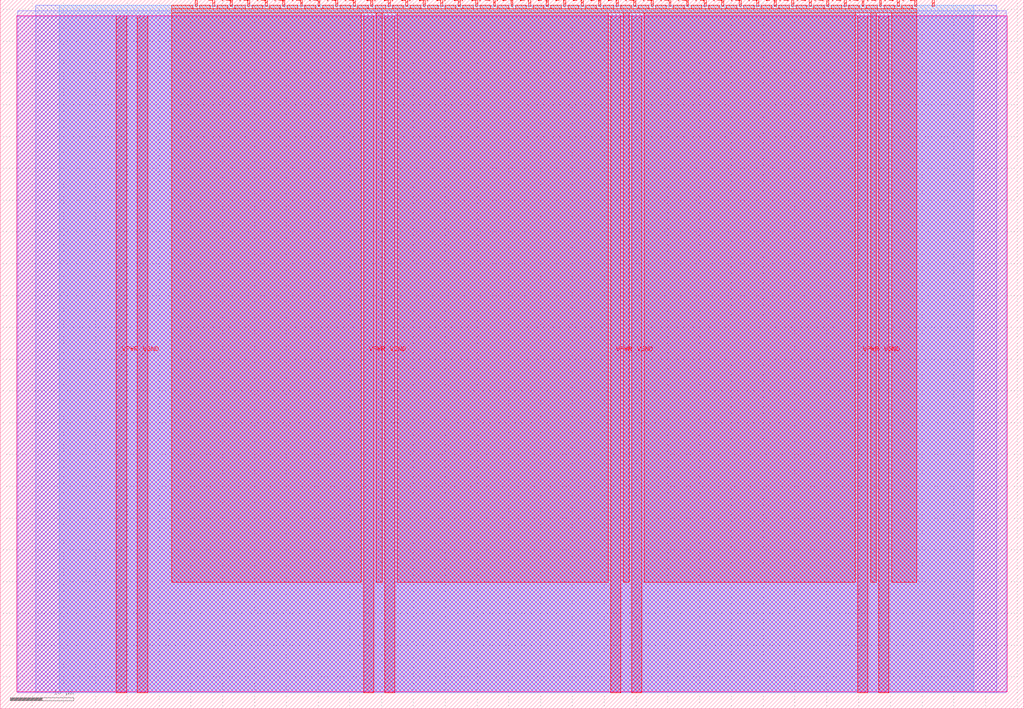
<source format=lef>
VERSION 5.7 ;
  NOWIREEXTENSIONATPIN ON ;
  DIVIDERCHAR "/" ;
  BUSBITCHARS "[]" ;
MACRO tt_um_tobi_mckellar_top
  CLASS BLOCK ;
  FOREIGN tt_um_tobi_mckellar_top ;
  ORIGIN 0.000 0.000 ;
  SIZE 161.000 BY 111.520 ;
  PIN VGND
    DIRECTION INOUT ;
    USE GROUND ;
    PORT
      LAYER met4 ;
        RECT 21.580 2.480 23.180 109.040 ;
    END
    PORT
      LAYER met4 ;
        RECT 60.450 2.480 62.050 109.040 ;
    END
    PORT
      LAYER met4 ;
        RECT 99.320 2.480 100.920 109.040 ;
    END
    PORT
      LAYER met4 ;
        RECT 138.190 2.480 139.790 109.040 ;
    END
  END VGND
  PIN VPWR
    DIRECTION INOUT ;
    USE POWER ;
    PORT
      LAYER met4 ;
        RECT 18.280 2.480 19.880 109.040 ;
    END
    PORT
      LAYER met4 ;
        RECT 57.150 2.480 58.750 109.040 ;
    END
    PORT
      LAYER met4 ;
        RECT 96.020 2.480 97.620 109.040 ;
    END
    PORT
      LAYER met4 ;
        RECT 134.890 2.480 136.490 109.040 ;
    END
  END VPWR
  PIN clk
    DIRECTION INPUT ;
    USE SIGNAL ;
    ANTENNAGATEAREA 0.852000 ;
    PORT
      LAYER met4 ;
        RECT 143.830 110.520 144.130 111.520 ;
    END
  END clk
  PIN ena
    DIRECTION INPUT ;
    USE SIGNAL ;
    PORT
      LAYER met4 ;
        RECT 146.590 110.520 146.890 111.520 ;
    END
  END ena
  PIN rst_n
    DIRECTION INPUT ;
    USE SIGNAL ;
    ANTENNAGATEAREA 0.126000 ;
    PORT
      LAYER met4 ;
        RECT 141.070 110.520 141.370 111.520 ;
    END
  END rst_n
  PIN ui_in[0]
    DIRECTION INPUT ;
    USE SIGNAL ;
    PORT
      LAYER met4 ;
        RECT 138.310 110.520 138.610 111.520 ;
    END
  END ui_in[0]
  PIN ui_in[1]
    DIRECTION INPUT ;
    USE SIGNAL ;
    PORT
      LAYER met4 ;
        RECT 135.550 110.520 135.850 111.520 ;
    END
  END ui_in[1]
  PIN ui_in[2]
    DIRECTION INPUT ;
    USE SIGNAL ;
    PORT
      LAYER met4 ;
        RECT 132.790 110.520 133.090 111.520 ;
    END
  END ui_in[2]
  PIN ui_in[3]
    DIRECTION INPUT ;
    USE SIGNAL ;
    PORT
      LAYER met4 ;
        RECT 130.030 110.520 130.330 111.520 ;
    END
  END ui_in[3]
  PIN ui_in[4]
    DIRECTION INPUT ;
    USE SIGNAL ;
    PORT
      LAYER met4 ;
        RECT 127.270 110.520 127.570 111.520 ;
    END
  END ui_in[4]
  PIN ui_in[5]
    DIRECTION INPUT ;
    USE SIGNAL ;
    PORT
      LAYER met4 ;
        RECT 124.510 110.520 124.810 111.520 ;
    END
  END ui_in[5]
  PIN ui_in[6]
    DIRECTION INPUT ;
    USE SIGNAL ;
    ANTENNAGATEAREA 0.159000 ;
    PORT
      LAYER met4 ;
        RECT 121.750 110.520 122.050 111.520 ;
    END
  END ui_in[6]
  PIN ui_in[7]
    DIRECTION INPUT ;
    USE SIGNAL ;
    ANTENNAGATEAREA 0.159000 ;
    PORT
      LAYER met4 ;
        RECT 118.990 110.520 119.290 111.520 ;
    END
  END ui_in[7]
  PIN uio_in[0]
    DIRECTION INPUT ;
    USE SIGNAL ;
    ANTENNAGATEAREA 0.196500 ;
    PORT
      LAYER met4 ;
        RECT 116.230 110.520 116.530 111.520 ;
    END
  END uio_in[0]
  PIN uio_in[1]
    DIRECTION INPUT ;
    USE SIGNAL ;
    ANTENNAGATEAREA 0.196500 ;
    PORT
      LAYER met4 ;
        RECT 113.470 110.520 113.770 111.520 ;
    END
  END uio_in[1]
  PIN uio_in[2]
    DIRECTION INPUT ;
    USE SIGNAL ;
    ANTENNAGATEAREA 0.196500 ;
    PORT
      LAYER met4 ;
        RECT 110.710 110.520 111.010 111.520 ;
    END
  END uio_in[2]
  PIN uio_in[3]
    DIRECTION INPUT ;
    USE SIGNAL ;
    ANTENNAGATEAREA 0.196500 ;
    PORT
      LAYER met4 ;
        RECT 107.950 110.520 108.250 111.520 ;
    END
  END uio_in[3]
  PIN uio_in[4]
    DIRECTION INPUT ;
    USE SIGNAL ;
    PORT
      LAYER met4 ;
        RECT 105.190 110.520 105.490 111.520 ;
    END
  END uio_in[4]
  PIN uio_in[5]
    DIRECTION INPUT ;
    USE SIGNAL ;
    PORT
      LAYER met4 ;
        RECT 102.430 110.520 102.730 111.520 ;
    END
  END uio_in[5]
  PIN uio_in[6]
    DIRECTION INPUT ;
    USE SIGNAL ;
    PORT
      LAYER met4 ;
        RECT 99.670 110.520 99.970 111.520 ;
    END
  END uio_in[6]
  PIN uio_in[7]
    DIRECTION INPUT ;
    USE SIGNAL ;
    PORT
      LAYER met4 ;
        RECT 96.910 110.520 97.210 111.520 ;
    END
  END uio_in[7]
  PIN uio_oe[0]
    DIRECTION OUTPUT ;
    USE SIGNAL ;
    ANTENNADIFFAREA 0.795200 ;
    PORT
      LAYER met4 ;
        RECT 49.990 110.520 50.290 111.520 ;
    END
  END uio_oe[0]
  PIN uio_oe[1]
    DIRECTION OUTPUT ;
    USE SIGNAL ;
    ANTENNADIFFAREA 0.795200 ;
    PORT
      LAYER met4 ;
        RECT 47.230 110.520 47.530 111.520 ;
    END
  END uio_oe[1]
  PIN uio_oe[2]
    DIRECTION OUTPUT ;
    USE SIGNAL ;
    ANTENNADIFFAREA 0.445500 ;
    PORT
      LAYER met4 ;
        RECT 44.470 110.520 44.770 111.520 ;
    END
  END uio_oe[2]
  PIN uio_oe[3]
    DIRECTION OUTPUT ;
    USE SIGNAL ;
    ANTENNADIFFAREA 0.445500 ;
    PORT
      LAYER met4 ;
        RECT 41.710 110.520 42.010 111.520 ;
    END
  END uio_oe[3]
  PIN uio_oe[4]
    DIRECTION OUTPUT ;
    USE SIGNAL ;
    PORT
      LAYER met4 ;
        RECT 38.950 110.520 39.250 111.520 ;
    END
  END uio_oe[4]
  PIN uio_oe[5]
    DIRECTION OUTPUT ;
    USE SIGNAL ;
    PORT
      LAYER met4 ;
        RECT 36.190 110.520 36.490 111.520 ;
    END
  END uio_oe[5]
  PIN uio_oe[6]
    DIRECTION OUTPUT ;
    USE SIGNAL ;
    PORT
      LAYER met4 ;
        RECT 33.430 110.520 33.730 111.520 ;
    END
  END uio_oe[6]
  PIN uio_oe[7]
    DIRECTION OUTPUT ;
    USE SIGNAL ;
    PORT
      LAYER met4 ;
        RECT 30.670 110.520 30.970 111.520 ;
    END
  END uio_oe[7]
  PIN uio_out[0]
    DIRECTION OUTPUT ;
    USE SIGNAL ;
    PORT
      LAYER met4 ;
        RECT 72.070 110.520 72.370 111.520 ;
    END
  END uio_out[0]
  PIN uio_out[1]
    DIRECTION OUTPUT ;
    USE SIGNAL ;
    PORT
      LAYER met4 ;
        RECT 69.310 110.520 69.610 111.520 ;
    END
  END uio_out[1]
  PIN uio_out[2]
    DIRECTION OUTPUT ;
    USE SIGNAL ;
    PORT
      LAYER met4 ;
        RECT 66.550 110.520 66.850 111.520 ;
    END
  END uio_out[2]
  PIN uio_out[3]
    DIRECTION OUTPUT ;
    USE SIGNAL ;
    PORT
      LAYER met4 ;
        RECT 63.790 110.520 64.090 111.520 ;
    END
  END uio_out[3]
  PIN uio_out[4]
    DIRECTION OUTPUT ;
    USE SIGNAL ;
    PORT
      LAYER met4 ;
        RECT 61.030 110.520 61.330 111.520 ;
    END
  END uio_out[4]
  PIN uio_out[5]
    DIRECTION OUTPUT ;
    USE SIGNAL ;
    PORT
      LAYER met4 ;
        RECT 58.270 110.520 58.570 111.520 ;
    END
  END uio_out[5]
  PIN uio_out[6]
    DIRECTION OUTPUT ;
    USE SIGNAL ;
    PORT
      LAYER met4 ;
        RECT 55.510 110.520 55.810 111.520 ;
    END
  END uio_out[6]
  PIN uio_out[7]
    DIRECTION OUTPUT ;
    USE SIGNAL ;
    PORT
      LAYER met4 ;
        RECT 52.750 110.520 53.050 111.520 ;
    END
  END uio_out[7]
  PIN uo_out[0]
    DIRECTION OUTPUT ;
    USE SIGNAL ;
    ANTENNADIFFAREA 0.795200 ;
    PORT
      LAYER met4 ;
        RECT 94.150 110.520 94.450 111.520 ;
    END
  END uo_out[0]
  PIN uo_out[1]
    DIRECTION OUTPUT ;
    USE SIGNAL ;
    ANTENNADIFFAREA 0.445500 ;
    PORT
      LAYER met4 ;
        RECT 91.390 110.520 91.690 111.520 ;
    END
  END uo_out[1]
  PIN uo_out[2]
    DIRECTION OUTPUT ;
    USE SIGNAL ;
    ANTENNADIFFAREA 0.795200 ;
    PORT
      LAYER met4 ;
        RECT 88.630 110.520 88.930 111.520 ;
    END
  END uo_out[2]
  PIN uo_out[3]
    DIRECTION OUTPUT ;
    USE SIGNAL ;
    ANTENNADIFFAREA 0.445500 ;
    PORT
      LAYER met4 ;
        RECT 85.870 110.520 86.170 111.520 ;
    END
  END uo_out[3]
  PIN uo_out[4]
    DIRECTION OUTPUT ;
    USE SIGNAL ;
    PORT
      LAYER met4 ;
        RECT 83.110 110.520 83.410 111.520 ;
    END
  END uo_out[4]
  PIN uo_out[5]
    DIRECTION OUTPUT ;
    USE SIGNAL ;
    PORT
      LAYER met4 ;
        RECT 80.350 110.520 80.650 111.520 ;
    END
  END uo_out[5]
  PIN uo_out[6]
    DIRECTION OUTPUT ;
    USE SIGNAL ;
    ANTENNADIFFAREA 0.445500 ;
    PORT
      LAYER met4 ;
        RECT 77.590 110.520 77.890 111.520 ;
    END
  END uo_out[6]
  PIN uo_out[7]
    DIRECTION OUTPUT ;
    USE SIGNAL ;
    ANTENNADIFFAREA 0.445500 ;
    PORT
      LAYER met4 ;
        RECT 74.830 110.520 75.130 111.520 ;
    END
  END uo_out[7]
  OBS
      LAYER nwell ;
        RECT 2.570 2.635 158.430 108.990 ;
      LAYER li1 ;
        RECT 2.760 2.635 158.240 108.885 ;
      LAYER met1 ;
        RECT 2.760 2.480 158.240 109.780 ;
      LAYER met2 ;
        RECT 5.620 2.535 156.760 110.685 ;
      LAYER met3 ;
        RECT 9.265 2.555 153.115 110.665 ;
      LAYER met4 ;
        RECT 26.975 110.120 30.270 110.665 ;
        RECT 31.370 110.120 33.030 110.665 ;
        RECT 34.130 110.120 35.790 110.665 ;
        RECT 36.890 110.120 38.550 110.665 ;
        RECT 39.650 110.120 41.310 110.665 ;
        RECT 42.410 110.120 44.070 110.665 ;
        RECT 45.170 110.120 46.830 110.665 ;
        RECT 47.930 110.120 49.590 110.665 ;
        RECT 50.690 110.120 52.350 110.665 ;
        RECT 53.450 110.120 55.110 110.665 ;
        RECT 56.210 110.120 57.870 110.665 ;
        RECT 58.970 110.120 60.630 110.665 ;
        RECT 61.730 110.120 63.390 110.665 ;
        RECT 64.490 110.120 66.150 110.665 ;
        RECT 67.250 110.120 68.910 110.665 ;
        RECT 70.010 110.120 71.670 110.665 ;
        RECT 72.770 110.120 74.430 110.665 ;
        RECT 75.530 110.120 77.190 110.665 ;
        RECT 78.290 110.120 79.950 110.665 ;
        RECT 81.050 110.120 82.710 110.665 ;
        RECT 83.810 110.120 85.470 110.665 ;
        RECT 86.570 110.120 88.230 110.665 ;
        RECT 89.330 110.120 90.990 110.665 ;
        RECT 92.090 110.120 93.750 110.665 ;
        RECT 94.850 110.120 96.510 110.665 ;
        RECT 97.610 110.120 99.270 110.665 ;
        RECT 100.370 110.120 102.030 110.665 ;
        RECT 103.130 110.120 104.790 110.665 ;
        RECT 105.890 110.120 107.550 110.665 ;
        RECT 108.650 110.120 110.310 110.665 ;
        RECT 111.410 110.120 113.070 110.665 ;
        RECT 114.170 110.120 115.830 110.665 ;
        RECT 116.930 110.120 118.590 110.665 ;
        RECT 119.690 110.120 121.350 110.665 ;
        RECT 122.450 110.120 124.110 110.665 ;
        RECT 125.210 110.120 126.870 110.665 ;
        RECT 127.970 110.120 129.630 110.665 ;
        RECT 130.730 110.120 132.390 110.665 ;
        RECT 133.490 110.120 135.150 110.665 ;
        RECT 136.250 110.120 137.910 110.665 ;
        RECT 139.010 110.120 140.670 110.665 ;
        RECT 141.770 110.120 143.430 110.665 ;
        RECT 26.975 109.440 144.145 110.120 ;
        RECT 26.975 19.895 56.750 109.440 ;
        RECT 59.150 19.895 60.050 109.440 ;
        RECT 62.450 19.895 95.620 109.440 ;
        RECT 98.020 19.895 98.920 109.440 ;
        RECT 101.320 19.895 134.490 109.440 ;
        RECT 136.890 19.895 137.790 109.440 ;
        RECT 140.190 19.895 144.145 109.440 ;
  END
END tt_um_tobi_mckellar_top
END LIBRARY


</source>
